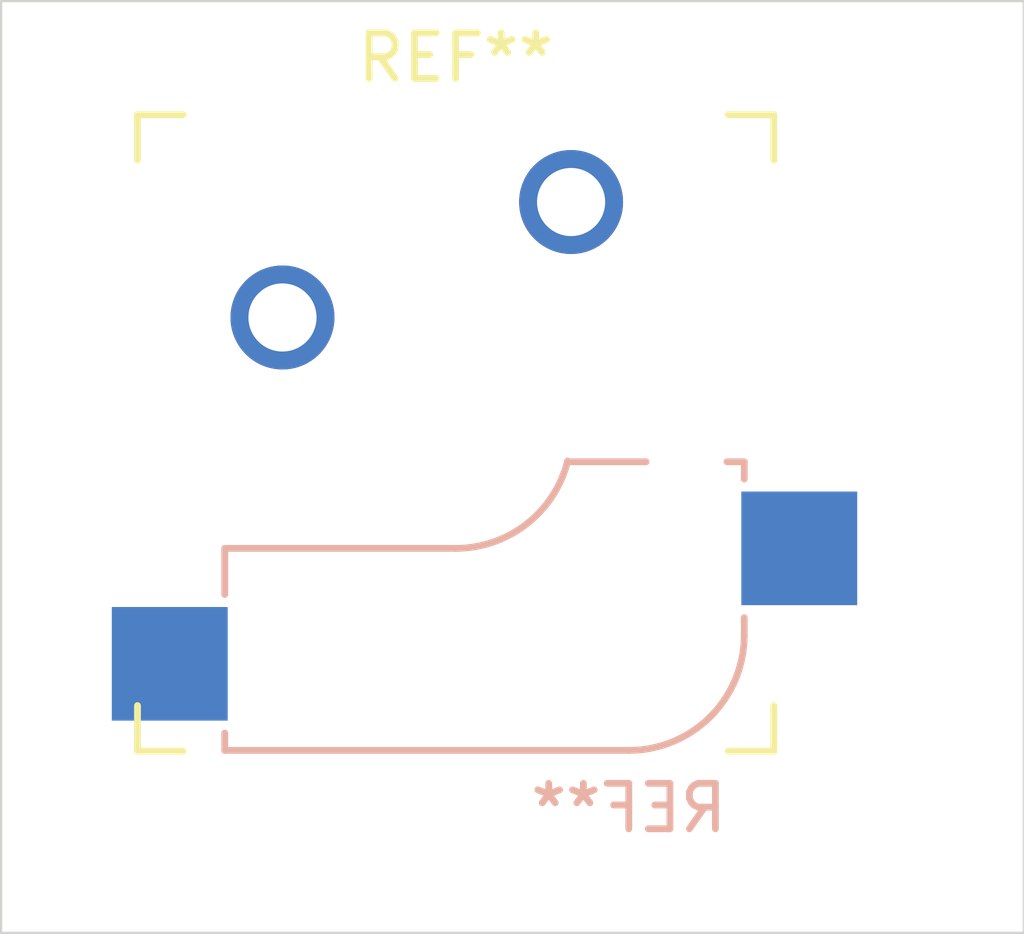
<source format=kicad_pcb>
(kicad_pcb (version 20241229) (generator "pcbnew") (generator_version "9.0")
  (layers (0 "F.Cu" signal) (2 "B.Cu" signal) (13 "F.Paste" user) (15 "B.Paste" user) (5 "F.SilkS" user "F.Silkscreen") (7 "B.SilkS" user "B.Silkscreen") (1 "F.Mask" user) (3 "B.Mask" user) (25 "Edge.Cuts" user))
  (net 0 "")
  (footprint "Keyboard:Kailh_socket_MX_optional" (layer "F.Cu") (at 201.5 92.5)
    (property "Reference" "REF**" (at 0 -8.255 0) (layer "F.SilkS"))
    (property "Value" "Kailh_socket_MX_optional")
    (fp_line (start -7 -6) (end -7 -7) (stroke (width 0.15)) (layer "F.SilkS"))
    (fp_line (start -7 7) (end -7 6) (stroke (width 0.15)) (layer "F.SilkS"))
    (fp_line (start -7 7) (end -6 7) (stroke (width 0.15)) (layer "F.SilkS"))
    (fp_line (start -6 -7) (end -7 -7) (stroke (width 0.15)) (layer "F.SilkS"))
    (fp_line (start 6 7) (end 7 7) (stroke (width 0.15)) (layer "F.SilkS"))
    (fp_line (start 7 -7) (end 6 -7) (stroke (width 0.15)) (layer "F.SilkS"))
    (fp_line (start 7 -7) (end 7 -6) (stroke (width 0.15)) (layer "F.SilkS"))
    (fp_line (start 7 6) (end 7 7) (stroke (width 0.15)) (layer "F.SilkS"))
    (fp_line (start -5.08 2.54) (end -5.08 3.556) (stroke (width 0.15)) (layer "B.SilkS"))
    (fp_line (start -5.08 6.604) (end -5.08 6.985) (stroke (width 0.15)) (layer "B.SilkS"))
    (fp_line (start -5.08 6.985) (end 3.81 6.985) (stroke (width 0.15)) (layer "B.SilkS"))
    (fp_line (start 0 2.54) (end -5.08 2.54) (stroke (width 0.15)) (layer "B.SilkS"))
    (fp_line (start 4.191 0.635) (end 2.54 0.635) (stroke (width 0.15)) (layer "B.SilkS"))
    (fp_line (start 6.35 0.635) (end 5.969 0.635) (stroke (width 0.15)) (layer "B.SilkS"))
    (fp_line (start 6.35 1.016) (end 6.35 0.635) (stroke (width 0.15)) (layer "B.SilkS"))
    (fp_line (start 6.35 4.445) (end 6.35 4.064) (stroke (width 0.15)) (layer "B.SilkS"))
    (fp_arc (start 2.464162 0.61604) (mid 1.563147 2.002042) (end 0 2.54) (stroke (width 0.15)) (layer "B.SilkS"))
    (fp_arc (start 6.35 4.445) (mid 5.606051 6.241051) (end 3.81 6.985) (stroke (width 0.15)) (layer "B.SilkS"))
    (fp_text user "${REFERENCE}" (at 3.81 8.255 0) (layer "B.SilkS") (effects (justify mirror)))
    (pad "" np_thru_hole circle (at -5.08 0) (size 1.7018 1.7018) (drill 1.7018) (layers "*.Cu" "*.Mask"))
    (pad "" np_thru_hole circle (at -2.54 5.08) (size 3 3) (drill 3) (layers "*.Cu" "*.Mask"))
    (pad "" np_thru_hole circle (at 0 0) (size 3.9878 3.9878) (drill 3.9878) (layers "*.Cu" "*.Mask"))
    (pad "" np_thru_hole circle (at 3.81 2.54) (size 3 3) (drill 3) (layers "*.Cu" "*.Mask"))
    (pad "" np_thru_hole circle (at 5.08 0) (size 1.7018 1.7018) (drill 1.7018) (layers "*.Cu" "*.Mask"))
    (pad "1" smd rect (at -6.29 5.08) (size 2.55 2.5) (layers "B.Cu" "B.Mask" "B.Paste"))
    (pad "1" thru_hole circle (at 2.54 -5.08) (size 2.286 2.286) (drill 1.4986) (layers "*.Cu" "*.Mask"))
    (pad "2" thru_hole circle (at -3.81 -2.54) (size 2.286 2.286) (drill 1.4986) (layers "*.Cu" "*.Mask"))
    (pad "2" smd rect (at 7.56 2.54) (size 2.55 2.5) (layers "B.Cu" "B.Mask" "B.Paste"))
  )
  (gr_rect (start 191.5 83) (end 214 103.5) (stroke (width 0.05)) (fill no) (layer "Edge.Cuts"))
)
</source>
